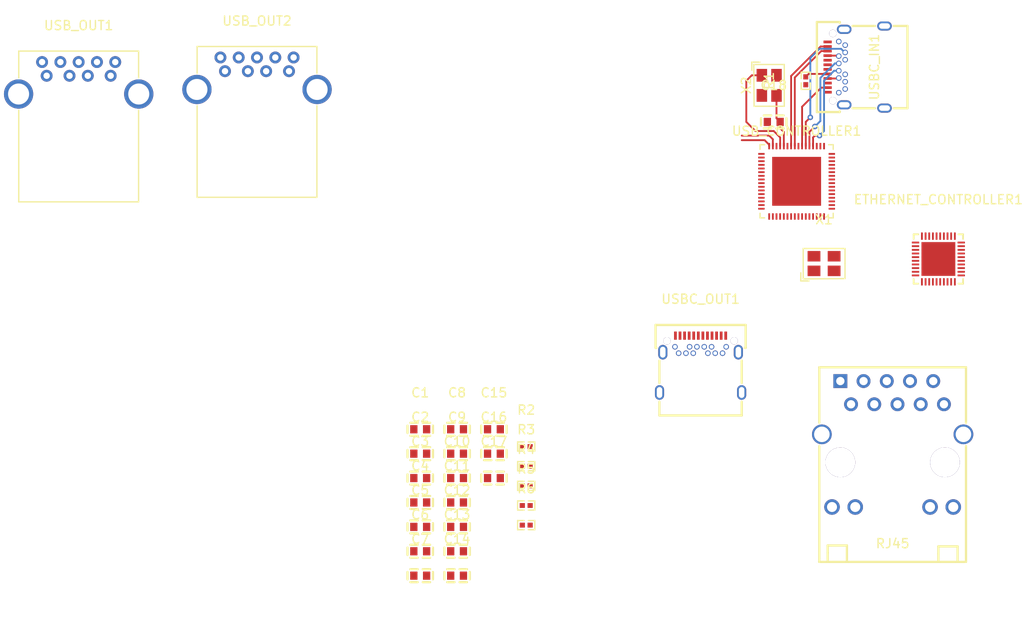
<source format=kicad_pcb>
(kicad_pcb (version 20241229) (generator "pcbnew") (generator_version "9.0")
  (layers (0 "F.Cu" signal) (2 "B.Cu" signal) (13 "F.Paste" user) (15 "B.Paste" user) (5 "F.SilkS" user "F.Silkscreen") (7 "B.SilkS" user "B.Silkscreen") (1 "F.Mask" user) (3 "B.Mask" user) (25 "Edge.Cuts" user))
  (net 0 "")
  (net 1 "GND")
  (net 2 "VBUS")
  (net 3 "Net-(ETHERNET_CONTROLLER1-CKXTAL1)")
  (net 4 "Net-(ETHERNET_CONTROLLER1-CKXTAL2)")
  (net 5 "Net-(C12-Pad2)")
  (net 6 "/V3.3")
  (net 7 "Net-(USB_CONTROLLER1-X2)")
  (net 9 "/MDIP1")
  (net 14 "/RXp4")
  (net 15 "/DP4")
  (net 16 "/MDIN1")
  (net 17 "/DN3")
  (net 19 "/MDIN2")
  (net 20 "/LED1")
  (net 26 "/Txp4")
  (net 28 "/MDIP3")
  (net 29 "/Txn4")
  (net 30 "/LED2")
  (net 32 "/MDIP0")
  (net 35 "/MDIN3")
  (net 36 "/RXn4")
  (net 38 "/MDIP2")
  (net 39 "/MDIN0")
  (net 42 "Net-(USBC_IN1-CC1)")
  (net 43 "Net-(USBC_IN1-CC2)")
  (net 44 "Net-(USB_CONTROLLER1-RTERM)")
  (net 45 "Net-(USBC_OUT1-CC1)")
  (net 46 "Net-(USBC_OUT1-CC2)")
  (net 47 "Net-(R6-Pad1)")
  (net 48 "/DN0")
  (net 49 "/RXp0")
  (net 50 "/Txp0")
  (net 51 "/RXn0")
  (net 52 "/Txn0")
  (net 53 "/DP0")
  (net 56 "/RXn3")
  (net 58 "/Txn3")
  (net 61 "/RXp3")
  (net 66 "/DP3")
  (net 70 "/Txp3")
  (net 80 "/DP1")
  (net 82 "Net-(USB_CONTROLLER1-X1)")
  (net 84 "/Txn2")
  (net 85 "/RXp2")
  (net 86 "/DN2")
  (net 87 "/RXp1")
  (net 90 "/DN1")
  (net 92 "/Txp1")
  (net 100 "/Txn1")
  (net 103 "/RXn1")
  (net 105 "/DN4")
  (net 107 "/DP2")
  (net 111 "/RXn2")
  (net 113 "/Txp2")
  (footprint "EasyEDA:CRYSTAL-SMD_4P-L3.2-W2.5-BL-2" (layer "F.Cu") (at 262.5 34.5 -90)
    (property "Reference" "X2" (at 0 2.5 90) (layer "F.SilkS"))
    (property "Value" "X322525MSB4SI")
    (pad "1" smd rect (at -1.1 0.8 270) (size 1.4 1.15) (layers "F.Cu" "F.Mask" "F.Paste") (net 82 "Net-(USB_CONTROLLER1-X1)"))
    (pad "2" smd rect (at 1.1 0.8 270) (size 1.4 1.15) (layers "F.Cu" "F.Mask" "F.Paste") (net 1 "GND"))
    (pad "3" smd rect (at 1.1 -0.8 270) (size 1.4 1.15) (layers "F.Cu" "F.Mask" "F.Paste") (net 7 "Net-(USB_CONTROLLER1-X2)"))
    (pad "4" smd rect (at -1.1 -0.8 270) (size 1.4 1.15) (layers "F.Cu" "F.Mask" "F.Paste") (net 1 "GND"))
  )
  (footprint "EasyEDA:C0603" (layer "F.Cu") (at 232.405 77.475)
    (property "Reference" "C17" (at 0 -4 0) (layer "F.SilkS"))
    (property "Value" "CC0603KRX7R9BB104")
    (pad "1" smd rect (at -0.7 0) (size 0.8 0.9) (layers "F.Cu" "F.Mask" "F.Paste") (net 2 "VBUS"))
    (pad "2" smd rect (at 0.7 0) (size 0.8 0.9) (layers "F.Cu" "F.Mask" "F.Paste") (net 1 "GND"))
  )
  (footprint "EasyEDA:USB-C-SMD_TYPE-C-USB-20" (layer "F.Cu") (at 272 32.5 90)
    (property "Reference" "USBC_IN1" (at 0 2 90) (layer "F.SilkS"))
    (property "Value" "TYPE-C-31-M-04")
    (pad "" thru_hole circle (at -3.67 -2.54 90) (size 0.8 0.8) (drill 0.8) (layers "*.Cu" "*.Mask"))
    (pad "" thru_hole circle (at 3.68 -2.54 90) (size 0.8 0.8) (drill 0.8) (layers "*.Cu" "*.Mask"))
    (pad "0" thru_hole oval (at -4.49 3.11 90) (size 1 1.6) (drill oval 0.599999 1.199947) (layers "*.Cu" "*.Mask") (net 1 "GND"))
    (pad "0" thru_hole oval (at -4.13 -1.3 90) (size 1 1.6) (drill oval 0.599999 1.198982) (layers "*.Cu" "*.Mask") (net 1 "GND"))
    (pad "0" thru_hole oval (at 4.13 -1.3 90) (size 1 1.6) (drill oval 0.599999 1.198982) (layers "*.Cu" "*.Mask") (net 1 "GND"))
    (pad "0" thru_hole oval (at 4.49 3.11 90) (size 1 1.6) (drill oval 0.599999 1.199947) (layers "*.Cu" "*.Mask") (net 1 "GND"))
    (pad "A1" smd rect (at -2.75 -3.11 90) (size 0.3 0.9) (layers "F.Cu" "F.Mask" "F.Paste") (net 1 "GND"))
    (pad "A2" smd rect (at -2.25 -3.11 90) (size 0.3 0.9) (layers "F.Cu" "F.Mask" "F.Paste") (net 50 "/Txp0"))
    (pad "A3" smd rect (at -1.75 -3.11 90) (size 0.3 0.9) (layers "F.Cu" "F.Mask" "F.Paste") (net 52 "/Txn0"))
    (pad "A4" smd rect (at -1.25 -3.11 90) (size 0.3 0.9) (layers "F.Cu" "F.Mask" "F.Paste") (net 2 "VBUS"))
    (pad "A5" smd rect (at -0.75 -3.11 90) (size 0.3 0.9) (layers "F.Cu" "F.Mask" "F.Paste") (net 42 "Net-(USBC_IN1-CC1)"))
    (pad "A6" smd rect (at -0.25 -3.11 90) (size 0.3 0.9) (layers "F.Cu" "F.Mask" "F.Paste") (net 53 "/DP0"))
    (pad "A7" smd rect (at 0.25 -3.11 90) (size 0.3 0.9) (layers "F.Cu" "F.Mask" "F.Paste") (net 48 "/DN0"))
    (pad "A8" smd rect (at 0.75 -3.11 90) (size 0.3 0.9) (layers "F.Cu" "F.Mask" "F.Paste"))
    (pad "A9" smd rect (at 1.25 -3.11 90) (size 0.3 0.9) (layers "F.Cu" "F.Mask" "F.Paste") (net 2 "VBUS"))
    (pad "A10" smd rect (at 1.75 -3.11 90) (size 0.3 0.9) (layers "F.Cu" "F.Mask" "F.Paste") (net 51 "/RXn0"))
    (pad "A11" smd rect (at 2.25 -3.11 90) (size 0.3 0.9) (layers "F.Cu" "F.Mask" "F.Paste") (net 49 "/RXp0"))
    (pad "A12" smd rect (at 2.75 -3.11 90) (size 0.3 0.9) (layers "F.Cu" "F.Mask" "F.Paste") (net 1 "GND"))
    (pad "B1" thru_hole circle (at 2.8 -1.89 180) (size 0.6 0.6) (drill 0.399999) (layers "*.Cu" "*.Mask") (net 1 "GND"))
    (pad "B2" thru_hole circle (at 2.4 -1.19 180) (size 0.6 0.6) (drill 0.399999) (layers "*.Cu" "*.Mask") (net 50 "/Txp0"))
    (pad "B3" thru_hole circle (at 1.6 -1.19 180) (size 0.6 0.6) (drill 0.399999) (layers "*.Cu" "*.Mask") (net 52 "/Txn0"))
    (pad "B4" thru_hole circle (at 1.2 -1.89 180) (size 0.6 0.6) (drill 0.399999) (layers "*.Cu" "*.Mask") (net 2 "VBUS"))
    (pad "B5" thru_hole circle (at 0.8 -1.19 180) (size 0.6 0.6) (drill 0.399999) (layers "*.Cu" "*.Mask") (net 43 "Net-(USBC_IN1-CC2)"))
    (pad "B6" thru_hole circle (at 0.4 -1.89 180) (size 0.6 0.6) (drill 0.399999) (layers "*.Cu" "*.Mask") (net 53 "/DP0"))
    (pad "B7" thru_hole circle (at -0.4 -1.89 180) (size 0.6 0.6) (drill 0.399999) (layers "*.Cu" "*.Mask") (net 48 "/DN0"))
    (pad "B8" thru_hole circle (at -0.8 -1.19 180) (size 0.6 0.6) (drill 0.399999) (layers "*.Cu" "*.Mask"))
    (pad "B9" thru_hole circle (at -1.2 -1.89 180) (size 0.6 0.6) (drill 0.399999) (layers "*.Cu" "*.Mask") (net 2 "VBUS"))
    (pad "B10" thru_hole circle (at -1.6 -1.19 180) (size 0.6 0.6) (drill 0.399999) (layers "*.Cu" "*.Mask") (net 51 "/RXn0"))
    (pad "B11" thru_hole circle (at -2.4 -1.19 180) (size 0.6 0.6) (drill 0.399999) (layers "*.Cu" "*.Mask") (net 49 "/RXp0"))
    (pad "B12" thru_hole circle (at -2.8 -1.89 180) (size 0.6 0.6) (drill 0.399999) (layers "*.Cu" "*.Mask") (net 1 "GND"))
  )
  (footprint "EasyEDA:C0603" (layer "F.Cu") (at 232.405 72.135)
    (property "Reference" "C15" (at 0 -4 0) (layer "F.SilkS"))
    (property "Value" "CC0603KRX7R9BB104")
    (pad "1" smd rect (at -0.7 0) (size 0.8 0.9) (layers "F.Cu" "F.Mask" "F.Paste") (net 1 "GND"))
    (pad "2" smd rect (at 0.7 0) (size 0.8 0.9) (layers "F.Cu" "F.Mask" "F.Paste") (net 6 "/V3.3"))
  )
  (footprint "EasyEDA:R0402" (layer "F.Cu") (at 235.935 82.625)
    (property "Reference" "R6" (at 0 -4 0) (layer "F.SilkS"))
    (property "Value" "RC0402FR-071KL")
    (pad "1" smd rect (at -0.43 0) (size 0.57 0.54) (layers "F.Cu" "F.Mask" "F.Paste") (net 47 "Net-(R6-Pad1)"))
    (pad "2" smd rect (at 0.43 0) (size 0.57 0.54) (layers "F.Cu" "F.Mask" "F.Paste") (net 6 "/V3.3"))
  )
  (footprint "EasyEDA:USB-TH_USB3.0-A" (layer "F.Cu") (at 187 33.7)
    (property "Reference" "USB_OUT1" (at 0 -5.75 0) (layer "F.SilkS"))
    (property "Value" "HC-USB3.0-L168-WP")
    (pad "1" thru_hole circle (at -3.5 -0.25) (size 1.3 1.3) (drill 0.700024) (layers "*.Cu" "*.Mask") (net 2 "VBUS"))
    (pad "2" thru_hole circle (at -1 -0.25) (size 1.3 1.3) (drill 0.700024) (layers "*.Cu" "*.Mask") (net 90 "/DN1"))
    (pad "3" thru_hole circle (at 1 -0.25) (size 1.3 1.3) (drill 0.700024) (layers "*.Cu" "*.Mask") (net 80 "/DP1"))
    (pad "4" thru_hole circle (at 3.5 -0.25) (size 1.3 1.3) (drill 0.700024) (layers "*.Cu" "*.Mask") (net 1 "GND"))
    (pad "5" thru_hole circle (at 4 -1.75) (size 1.3 1.3) (drill 0.700024) (layers "*.Cu" "*.Mask") (net 103 "/RXn1"))
    (pad "6" thru_hole circle (at 2 -1.75) (size 1.3 1.3) (drill 0.700024) (layers "*.Cu" "*.Mask") (net 87 "/RXp1"))
    (pad "7" thru_hole circle (at 0 -1.75) (size 1.3 1.3) (drill 0.700024) (layers "*.Cu" "*.Mask") (net 1 "GND"))
    (pad "8" thru_hole circle (at -2 -1.75) (size 1.3 1.3) (drill 0.700024) (layers "*.Cu" "*.Mask") (net 100 "/Txn1"))
    (pad "9" thru_hole circle (at -4 -1.75) (size 1.3 1.3) (drill 0.700024) (layers "*.Cu" "*.Mask") (net 92 "/Txp1"))
    (pad "10" thru_hole circle (at -6.57 1.75) (size 3.2 3.2) (drill 2.300021) (layers "*.Cu" "*.Mask") (net 1 "GND"))
    (pad "10" thru_hole circle (at 6.57 1.75) (size 3.2 3.2) (drill 2.300021) (layers "*.Cu" "*.Mask") (net 1 "GND"))
  )
  (footprint "EasyEDA:C0603" (layer "F.Cu") (at 228.375 77.475)
    (property "Reference" "C10" (at 0 -4 0) (layer "F.SilkS"))
    (property "Value" "CC0603KRX7R9BB104")
    (pad "1" smd rect (at -0.7 0) (size 0.8 0.9) (layers "F.Cu" "F.Mask" "F.Paste") (net 2 "VBUS"))
    (pad "2" smd rect (at 0.7 0) (size 0.8 0.9) (layers "F.Cu" "F.Mask" "F.Paste") (net 1 "GND"))
  )
  (footprint "EasyEDA:C0603" (layer "F.Cu") (at 224.345 74.805)
    (property "Reference" "C2" (at 0 -4 0) (layer "F.SilkS"))
    (property "Value" "CC0603KRX7R9BB104")
    (pad "1" smd rect (at -0.7 0) (size 0.8 0.9) (layers "F.Cu" "F.Mask" "F.Paste") (net 1 "GND"))
    (pad "2" smd rect (at 0.7 0) (size 0.8 0.9) (layers "F.Cu" "F.Mask" "F.Paste") (net 2 "VBUS"))
  )
  (footprint "EasyEDA:C0603" (layer "F.Cu") (at 263 38.5)
    (property "Reference" "C18" (at 0 -4 0) (layer "F.SilkS"))
    (property "Value" "CC0603JRNPO9BN390")
    (pad "1" smd rect (at -0.7 0) (size 0.8 0.9) (layers "F.Cu" "F.Mask" "F.Paste") (net 1 "GND"))
    (pad "2" smd rect (at 0.7 0) (size 0.8 0.9) (layers "F.Cu" "F.Mask" "F.Paste") (net 7 "Net-(USB_CONTROLLER1-X2)"))
  )
  (footprint "EasyEDA:R0402" (layer "F.Cu") (at 266.5 34 90)
    (property "Reference" "R1" (at 0 -4 90) (layer "F.SilkS"))
    (property "Value" "0402WGF5101TCE")
    (pad "1" smd rect (at -0.43 0 90) (size 0.57 0.54) (layers "F.Cu" "F.Mask" "F.Paste") (net 1 "GND"))
    (pad "2" smd rect (at 0.43 0 90) (size 0.57 0.54) (layers "F.Cu" "F.Mask" "F.Paste") (net 42 "Net-(USBC_IN1-CC1)"))
  )
  (footprint "EasyEDA:C0603" (layer "F.Cu") (at 224.345 72.135)
    (property "Reference" "C1" (at 0 -4 0) (layer "F.SilkS"))
    (property "Value" "CC0603KRX7R9BB104")
    (pad "1" smd rect (at -0.7 0) (size 0.8 0.9) (layers "F.Cu" "F.Mask" "F.Paste") (net 2 "VBUS"))
    (pad "2" smd rect (at 0.7 0) (size 0.8 0.9) (layers "F.Cu" "F.Mask" "F.Paste") (net 1 "GND"))
  )
  (footprint "EasyEDA:R0402" (layer "F.Cu") (at 235.935 76.175)
    (property "Reference" "R3" (at 0 -4 0) (layer "F.SilkS"))
    (property "Value" "RC0402FR-0720KL")
    (pad "1" smd rect (at -0.43 0) (size 0.57 0.54) (layers "F.Cu" "F.Mask" "F.Paste") (net 1 "GND"))
    (pad "2" smd rect (at 0.43 0) (size 0.57 0.54) (layers "F.Cu" "F.Mask" "F.Paste") (net 44 "Net-(USB_CONTROLLER1-RTERM)"))
  )
  (footprint "EasyEDA:RJ45-TH_HR911130A" (layer "F.Cu") (at 276 73.75 180)
    (property "Reference" "RJ45" (at 0 -10.89 0) (layer "F.SilkS"))
    (property "Value" "HR911130A")
    (pad "" thru_hole circle (at -5.72 -2 180) (size 3.25 3.25) (drill 3.25) (layers "*.Cu" "*.Mask"))
    (pad "" thru_hole circle (at 5.72 -2 180) (size 3.25 3.25) (drill 3.25) (layers "*.Cu" "*.Mask"))
    (pad "11" thru_hole circle (at 6.63 -6.89) (size 1.7 1.7) (drill 1.100023) (layers "*.Cu" "*.Mask") (net 47 "Net-(R6-Pad1)"))
    (pad "12" thru_hole circle (at 4.09 -6.89) (size 1.7 1.7) (drill 1.100023) (layers "*.Cu" "*.Mask") (net 20 "/LED1"))
    (pad "13" thru_hole circle (at -4.09 -6.89) (size 1.7 1.7) (drill 1.100023) (layers "*.Cu" "*.Mask") (net 30 "/LED2"))
    (pad "14" thru_hole circle (at -6.63 -6.89) (size 1.7 1.7) (drill 1.100023) (layers "*.Cu" "*.Mask") (net 47 "Net-(R6-Pad1)"))
    (pad "P1" thru_hole rect (at 5.72 6.89) (size 1.52 1.52) (drill 0.90998) (layers "*.Cu" "*.Mask") (net 5 "Net-(C12-Pad2)"))
    (pad "P2" thru_hole circle (at 4.55 4.35) (size 1.52 1.52) (drill 0.90998) (layers "*.Cu" "*.Mask") (net 32 "/MDIP0"))
    (pad "P3" thru_hole circle (at 3.18 6.89) (size 1.52 1.52) (drill 0.90998) (layers "*.Cu" "*.Mask") (net 39 "/MDIN0"))
    (pad "P4" thru_hole circle (at 2.01 4.35) (size 1.52 1.52) (drill 0.90998) (layers "*.Cu" "*.Mask") (net 9 "/MDIP1"))
    (pad "P5" thru_hole circle (at 0.64 6.89) (size 1.52 1.52) (drill 0.90998) (layers "*.Cu" "*.Mask") (net 38 "/MDIP2"))
    (pad "P6" thru_hole circle (at -0.53 4.35) (size 1.52 1.52) (drill 0.90998) (layers "*.Cu" "*.Mask") (net 19 "/MDIN2"))
    (pad "P7" thru_hole circle (at -1.9 6.89) (size 1.52 1.52) (drill 0.90998) (layers "*.Cu" "*.Mask") (net 16 "/MDIN1"))
    (pad "P8" thru_hole circle (at -3.07 4.35) (size 1.52 1.52) (drill 0.90998) (layers "*.Cu" "*.Mask") (net 28 "/MDIP3"))
    (pad "P9" thru_hole circle (at -4.44 6.89) (size 1.52 1.52) (drill 0.90998) (layers "*.Cu" "*.Mask") (net 35 "/MDIN3"))
    (pad "P10" thru_hole circle (at -5.61 4.35) (size 1.52 1.52) (drill 0.90998) (layers "*.Cu" "*.Mask") (net 1 "GND"))
    (pad "SHIELD0" thru_hole circle (at -7.74 1.06) (size 2.16 2.16) (drill 1.700022) (layers "*.Cu" "*.Mask") (net 1 "GND"))
    (pad "SHIELD1" thru_hole circle (at 7.74 1.06) (size 2.16 2.16) (drill 1.700022) (layers "*.Cu" "*.Mask") (net 1 "GND"))
  )
  (footprint "EasyEDA:C0603" (layer "F.Cu") (at 224.345 85.485)
    (property "Reference" "C6" (at 0 -4 0) (layer "F.SilkS"))
    (property "Value" "CC0603JRNPO9BN390")
    (pad "1" smd rect (at -0.7 0) (size 0.8 0.9) (layers "F.Cu" "F.Mask" "F.Paste") (net 1 "GND"))
    (pad "2" smd rect (at 0.7 0) (size 0.8 0.9) (layers "F.Cu" "F.Mask" "F.Paste") (net 3 "Net-(ETHERNET_CONTROLLER1-CKXTAL1)"))
  )
  (footprint "EasyEDA:C0603" (layer "F.Cu") (at 224.345 77.475)
    (property "Reference" "C3" (at 0 -4 0) (layer "F.SilkS"))
    (property "Value" "CC0603KRX7R9BB104")
    (pad "1" smd rect (at -0.7 0) (size 0.8 0.9) (layers "F.Cu" "F.Mask" "F.Paste") (net 2 "VBUS"))
    (pad "2" smd rect (at 0.7 0) (size 0.8 0.9) (layers "F.Cu" "F.Mask" "F.Paste") (net 1 "GND"))
  )
  (footprint "EasyEDA:QFN-64_L8.0-W8.0-P0.40-BL-EP5.4" (layer "F.Cu") (at 265.5 45)
    (property "Reference" "USB_CONTROLLER1" (at 0 -5.5 0) (layer "F.SilkS"))
    (property "Value" "GL3510-OSY52")
    (pad "1" smd rect (at -3 3.85 90) (size 0.7 0.2) (layers "F.Cu" "F.Mask" "F.Paste") (net 58 "/Txn3"))
    (pad "2" smd rect (at -2.6 3.85 90) (size 0.7 0.2) (layers "F.Cu" "F.Mask" "F.Paste") (net 70 "/Txp3"))
    (pad "3" smd rect (at -2.2 3.85 90) (size 0.7 0.2) (layers "F.Cu" "F.Mask" "F.Paste"))
    (pad "4" smd rect (at -1.8 3.85 90) (size 0.7 0.2) (layers "F.Cu" "F.Mask" "F.Paste") (net 56 "/RXn3"))
    (pad "5" smd rect (at -1.4 3.85 90) (size 0.7 0.2) (layers "F.Cu" "F.Mask" "F.Paste") (net 61 "/RXp3"))
    (pad "6" smd rect (at -1 3.85 90) (size 0.7 0.2) (layers "F.Cu" "F.Mask" "F.Paste") (net 66 "/DP3"))
    (pad "7" smd rect (at -0.6 3.85 90) (size 0.7 0.2) (layers "F.Cu" "F.Mask" "F.Paste") (net 17 "/DN3"))
    (pad "8" smd rect (at -0.2 3.85 90) (size 0.7 0.2) (layers "F.Cu" "F.Mask" "F.Paste"))
    (pad "9" smd rect (at 0.2 3.85 90) (size 0.7 0.2) (layers "F.Cu" "F.Mask" "F.Paste") (net 15 "/DP4"))
    (pad "10" smd rect (at 0.6 3.85 90) (size 0.7 0.2) (layers "F.Cu" "F.Mask" "F.Paste") (net 105 "/DN4"))
    (pad "11" smd rect (at 1 3.85 90) (size 0.7 0.2) (layers "F.Cu" "F.Mask" "F.Paste") (net 29 "/Txn4"))
    (pad "12" smd rect (at 1.4 3.85 90) (size 0.7 0.2) (layers "F.Cu" "F.Mask" "F.Paste") (net 26 "/Txp4"))
    (pad "13" smd rect (at 1.8 3.85 90) (size 0.7 0.2) (layers "F.Cu" "F.Mask" "F.Paste"))
    (pad "14" smd rect (at 2.2 3.85 90) (size 0.7 0.2) (layers "F.Cu" "F.Mask" "F.Paste") (net 36 "/RXn4"))
    (pad "15" smd rect (at 2.6 3.85 90) (size 0.7 0.2) (layers "F.Cu" "F.Mask" "F.Paste") (net 14 "/RXp4"))
    (pad "16" smd rect (at 3 3.85 90) (size 0.7 0.2) (layers "F.Cu" "F.Mask" "F.Paste") (net 44 "Net-(USB_CONTROLLER1-RTERM)"))
    (pad "17" smd rect (at 3.85 3 90) (size 0.2 0.7) (layers "F.Cu" "F.Mask" "F.Paste"))
    (pad "18" smd rect (at 3.85 2.6 90) (size 0.2 0.7) (layers "F.Cu" "F.Mask" "F.Paste") (net 1 "GND"))
    (pad "19" smd rect (at 3.85 2.2 90) (size 0.2 0.7) (layers "F.Cu" "F.Mask" "F.Paste"))
    (pad "20" smd rect (at 3.85 1.8 90) (size 0.2 0.7) (layers "F.Cu" "F.Mask" "F.Paste") (net 2 "VBUS"))
    (pad "21" smd rect (at 3.85 1.4 90) (size 0.2 0.7) (layers "F.Cu" "F.Mask" "F.Paste") (net 6 "/V3.3"))
    (pad "22" smd rect (at 3.85 1 90) (size 0.2 0.7) (layers "F.Cu" "F.Mask" "F.Paste"))
    (pad "23" smd rect (at 3.85 0.6 90) (size 0.2 0.7) (layers "F.Cu" "F.Mask" "F.Paste"))
    (pad "24" smd rect (at 3.85 0.2 90) (size 0.2 0.7) (layers "F.Cu" "F.Mask" "F.Paste"))
    (pad "25" smd rect (at 3.85 -0.2 90) (size 0.2 0.7) (layers "F.Cu" "F.Mask" "F.Paste") (net 2 "VBUS"))
    (pad "26" smd rect (at 3.85 -0.6 90) (size 0.2 0.7) (layers "F.Cu" "F.Mask" "F.Paste"))
    (pad "27" smd rect (at 3.85 -1 90) (size 0.2 0.7) (layers "F.Cu" "F.Mask" "F.Paste"))
    (pad "28" smd rect (at 3.85 -1.4 90) (size 0.2 0.7) (layers "F.Cu" "F.Mask" "F.Paste"))
    (pad "29" smd rect (at 3.85 -1.8 90) (size 0.2 0.7) (layers "F.Cu" "F.Mask" "F.Paste"))
    (pad "30" smd rect (at 3.85 -2.2 90) (size 0.2 0.7) (layers "F.Cu" "F.Mask" "F.Paste"))
    (pad "31" smd rect (at 3.85 -2.6 90) (size 0.2 0.7) (layers "F.Cu" "F.Mask" "F.Paste"))
    (pad "32" smd rect (at 3.85 -3 90) (size 0.2 0.7) (layers "F.Cu" "F.Mask" "F.Paste"))
    (pad "33" smd rect (at 3 -3.85 90) (size 0.7 0.2) (layers "F.Cu" "F.Mask" "F.Paste"))
    (pad "34" smd rect (at 2.6 -3.85 90) (size 0.7 0.2) (layers "F.Cu" "F.Mask" "F.Paste"))
    (pad "35" smd rect (at 2.2 -3.85 90) (size 0.7 0.2) (layers "F.Cu" "F.Mask" "F.Paste"))
    (pad "36" smd rect (at 1.8 -3.85 90) (size 0.7 0.2) (layers "F.Cu" "F.Mask" "F.Paste") (net 48 "/DN0"))
    (pad "37" smd rect (at 1.4 -3.85 90) (size 0.7 0.2) (layers "F.Cu" "F.Mask" "F.Paste") (net 53 "/DP0"))
    (pad "38" smd rect (at 1 -3.85 90) (size 0.7 0.2) (layers "F.Cu" "F.Mask" "F.Paste") (net 52 "/Txn0"))
    (pad "39" smd rect (at 0.6 -3.85 90) (size 0.7 0.2) (layers "F.Cu" "F.Mask" "F.Paste") (net 50 "/Txp0"))
    (pad "40" smd rect (at 0.2 -3.85 90) (size 0.7 0.2) (layers "F.Cu" "F.Mask" "F.Paste"))
    (pad "41" smd rect (at -0.2 -3.85 90) (size 0.7 0.2) (layers "F.Cu" "F.Mask" "F.Paste") (net 51 "/RXn0"))
    (pad "42" smd rect (at -0.6 -3.85 90) (size 0.7 0.2) (layers "F.Cu" "F.Mask" "F.Paste") (net 49 "/RXp0"))
    (pad "43" smd rect (at -1 -3.85 90) (size 0.7 0.2) (layers "F.Cu" "F.Mask" "F.Paste"))
    (pad "44" smd rect (at -1.4 -3.85 90) (size 0.7 0.2) (layers "F.Cu" "F.Mask" "F.Paste") (net 7 "Net-(USB_CONTROLLER1-X2)"))
    (pad "45" smd rect (at -1.8 -3.85 90) (size 0.7 0.2) (layers "F.Cu" "F.Mask" "F.Paste") (net 82 "Net-(USB_CONTROLLER1-X1)"))
    (pad "46" smd rect (at -2.2 -3.85 90) (size 0.7 0.2) (layers "F.Cu" "F.Mask" "F.Paste"))
    (pad "47" smd rect (at -2.6 -3.85 90) (size 0.7 0.2) (layers "F.Cu" "F.Mask" "F.Paste") (net 100 "/Txn1"))
    (pad "48" smd rect (at -3 -3.85 90) (size 0.7 0.2) (layers "F.Cu" "F.Mask" "F.Paste") (net 92 "/Txp1"))
    (pad "49" smd rect (at -3.85 -3 90) (size 0.2 0.7) (layers "F.Cu" "F.Mask" "F.Paste"))
    (pad "50" smd rect (at -3.85 -2.6 90) (size 0.2 0.7) (layers "F.Cu" "F.Mask" "F.Paste") (net 103 "/RXn1"))
    (pad "51" smd rect (at -3.85 -2.2 90) (size 0.2 0.7) (layers "F.Cu" "F.Mask" "F.Paste") (net 87 "/RXp1"))
    (pad "52" smd rect (at -3.85 -1.8 90) (size 0.2 0.7) (layers "F.Cu" "F.Mask" "F.Paste") (net 80 "/DP1"))
    (pad "53" smd rect (at -3.85 -1.4 90) (size 0.2 0.7) (layers "F.Cu" "F.Mask" "F.Paste") (net 90 "/DN1"))
    (pad "54" smd rect (at -3.85 -1 90) (size 0.2 0.7) (layers "F.Cu" "F.Mask" "F.Paste"))
    (pad "55" smd rect (at -3.85 -0.6 90) (size 0.2 0.7) (layers "F.Cu" "F.Mask" "F.Paste"))
    (pad "56" smd rect (at -3.85 -0.2 90) (size 0.2 0.7) (layers "F.Cu" "F.Mask" "F.Paste") (net 84 "/Txn2"))
    (pad "57" smd rect (at -3.85 0.2 90) (size 0.2 0.7) (layers "F.Cu" "F.Mask" "F.Paste") (net 113 "/Txp2"))
    (pad "58" smd rect (at -3.85 0.6 90) (size 0.2 0.7) (layers "F.Cu" "F.Mask" "F.Paste"))
    (pad "59" smd rect (at -3.85 1 90) (size 0.2 0.7) (layers "F.Cu" "F.Mask" "F.Paste") (net 111 "/RXn2"))
    (pad "60" smd rect (at -3.85 1.4 90) (size 0.2 0.7) (layers "F.Cu" "F.Mask" "F.Paste") (net 85 "/RXp2"))
    (pad "61" smd rect (at -3.85 1.8 90) (size 0.2 0.7) (layers "F.Cu" "F.Mask" "F.Paste"))
    (pad "62" smd rect (at -3.85 2.2 90) (size 0.2 0.7) (layers "F.Cu" "F.Mask" "F.Paste"))
    (pad "63" smd rect (at -3.85 2.6 90) (size 0.2 0.7) (layers "F.Cu" "F.Mask" "F.Paste") (net 107 "/DP2"))
    (pad "64" smd rect (at -3.85 3 90) (size 0.2 0.7) (layers "F.Cu" "F.Mask" "F.Paste") (net 86 "/DN2"))
    (pad "65" smd rect (at 0 0 90) (size 5.35 5.35) (layers "F.Cu" "F.Mask" "F.Paste"))
  )
  (footprint "EasyEDA:USB-C-SMD_TYPE-C-USB-20" (layer "F.Cu") (at 255 65)
    (property "Reference" "USBC_OUT1" (at 0 -7.11 0) (layer "F.SilkS"))
    (property "Value" "TYPE-C-31-M-04")
    (pad "" thru_hole circle (at -3.67 -2.54) (size 0.8 0.8) (drill 0.8) (layers "*.Cu" "*.Mask"))
    (pad "" thru_hole circle (at 3.68 -2.54) (size 0.8 0.8) (drill 0.8) (layers "*.Cu" "*.Mask"))
    (pad "0" thru_hole oval (at -4.49 3.11) (size 1 1.6) (drill oval 0.599999 1.199947) (layers "*.Cu" "*.Mask") (net 1 "GND"))
    (pad "0" thru_hole oval (at -4.13 -1.3) (size 1 1.6) (drill oval 0.599999 1.198982) (layers "*.Cu" "*.Mask") (net 1 "GND"))
    (pad "0" thru_hole oval (at 4.13 -1.3) (size 1 1.6) (drill oval 0.599999 1.198982) (layers "*.Cu" "*.Mask") (net 1 "GND"))
    (pad "0" thru_hole oval (at 4.49 3.11) (size 1 1.6) (drill oval 0.599999 1.199947) (layers "*.Cu" "*.Mask") (net 1 "GND"))
    (pad "A1" smd rect (at -2.75 -3.11) (size 0.3 0.9) (layers "F.Cu" "F.Mask" "F.Paste") (net 1 "GND"))
    (pad "A2" smd rect (at -2.25 -3.11) (size 0.3 0.9) (layers "F.Cu" "F.Mask" "F.Paste") (net 70 "/Txp3"))
    (pad "A3" smd rect (at -1.75 -3.11) (size 0.3 0.9) (layers "F.Cu" "F.Mask" "F.Paste") (net 58 "/Txn3"))
    (pad "A4" smd rect (at -1.25 -3.11) (size 0.3 0.9) (layers "F.Cu" "F.Mask" "F.Paste"))
    (pad "A5" smd rect (at -0.75 -3.11) (size 0.3 0.9) (layers "F.Cu" "F.Mask" "F.Paste") (net 45 "Net-(USBC_OUT1-CC1)"))
    (pad "A6" smd rect (at -0.25 -3.11) (size 0.3 0.9) (layers "F.Cu" "F.Mask" "F.Paste") (net 66 "/DP3"))
    (pad "A7" smd rect (at 0.25 -3.11) (size 0.3 0.9) (layers "F.Cu" "F.Mask" "F.Paste") (net 17 "/DN3"))
    (pad "A8" smd rect (at 0.75 -3.11) (size 0.3 0.9) (layers "F.Cu" "F.Mask" "F.Paste"))
    (pad "A9" smd rect (at 1.25 -3.11) (size 0.3 0.9) (layers "F.Cu" "F.Mask" "F.Paste") (net 2 "VBUS"))
    (pad "A10" smd rect (at 1.75 -3.11) (size 0.3 0.9) (layers "F.Cu" "F.Mask" "F.Paste") (net 56 "/RXn3"))
    (pad "A11" smd rect (at 2.25 -3.11) (size 0.3 0.9) (layers "F.Cu" "F.Mask" "F.Paste") (net 61 "/RXp3"))
    (pad "A12" smd rect (at 2.75 -3.11) (size 0.3 0.9) (layers "F.Cu" "F.Mask" "F.Paste") (net 1 "GND"))
    (pad "B1" thru_hole circle (at 2.8 -1.89 90) (size 0.6 0.6) (drill 0.399999) (layers "*.Cu" "*.Mask") (net 1 "GND"))
    (pad "B2" thru_hole circle (at 2.4 -1.19 90) (size 0.6 0.6) (drill 0.399999) (layers "*.Cu" "*.Mask"))
    (pad "B3" thru_hole circle (at 1.6 -1.19 90) (size 0.6 0.6) (drill 0.399999) (layers "*.Cu" "*.Mask"))
    (pad "B4" thru_hole circle (at 1.2 -1.89 90) (size 0.6 0.6) (drill 0.399999) (layers "*.Cu" "*.Mask"))
    (pad "B5" thru_hole circle (at 0.8 -1.19 90) (size 0.6 0.6) (drill 0.399999) (layers "*.Cu" "*.Mask") (net 46 "Net-(USBC_OUT1-CC2)"))
    (pad "B6" thru_hole circle (at 0.4 -1.89 90) (size 0.6 0.6) (drill 0.399999) (layers "*.Cu" "*.Mask"))
    (pad "B7" thru_hole circle (at -0.4 -1.89 90) (size 0.6 0.6) (drill 0.399999) (layers "*.Cu" "*.Mask"))
    (pad "B8" thru_hole circle (at -0.8 -1.19 90) (size 0.6 0.6) (drill 0.399999) (layers "*.Cu" "*.Mask"))
    (pad "B9" thru_hole circle (at -1.2 -1.89 90) (size 0.6 0.6) (drill 0.399999) (layers "*.Cu" "*.Mask"))
    (pad "B10" thru_hole circle (at -1.6 -1.19 90) (size 0.6 0.6) (drill 0.399999) (layers "*.Cu" "*.Mask"))
    (pad "B11" thru_hole circle (at -2.4 -1.19 90) (size 0.6 0.6) (drill 0.399999) (layers "*.Cu" "*.Mask"))
    (pad "B12" thru_hole circle (at -2.8 -1.89 90) (size 0.6 0.6) (drill 0.399999) (layers "*.Cu" "*.Mask") (net 1 "GND"))
  )
  (footprint "EasyEDA:C0603" (layer "F.Cu") (at 232.405 74.805)
    (property "Reference" "C16" (at 0 -4 0) (layer "F.SilkS"))
    (property "Value" "CC0603KRX7R9BB104")
    (pad "1" smd rect (at -0.7 0) (size 0.8 0.9) (layers "F.Cu" "F.Mask" "F.Paste") (net 2 "VBUS"))
    (pad "2" smd rect (at 0.7 0) (size 0.8 0.9) (layers "F.Cu" "F.Mask" "F.Paste") (net 1 "GND"))
  )
  (footprint "EasyEDA:QFN-40_L5.0-W5.0-P0.40-BL-EP3.7" (layer "F.Cu") (at 281 53.5)
    (property "Reference" "ETHERNET_CONTROLLER1" (at 0 -6.5 0) (layer "F.SilkS"))
    (property "Value" "RTL8153B-VB-CG")
    (pad "1" smd rect (at -1.8 2.5) (size 0.2 0.8) (layers "F.Cu" "F.Mask" "F.Paste") (net 32 "/MDIP0"))
    (pad "2" smd rect (at -1.4 2.5) (size 0.2 0.8) (layers "F.Cu" "F.Mask" "F.Paste") (net 39 "/MDIN0"))
    (pad "3" smd rect (at -1 2.5) (size 0.2 0.8) (layers "F.Cu" "F.Mask" "F.Paste"))
    (pad "4" smd rect (at -0.6 2.5) (size 0.2 0.8) (layers "F.Cu" "F.Mask" "F.Paste") (net 9 "/MDIP1"))
    (pad "5" smd rect (at -0.2 2.5) (size 0.2 0.8) (layers "F.Cu" "F.Mask" "F.Paste") (net 16 "/MDIN1"))
    (pad "6" smd rect (at 0.2 2.5) (size 0.2 0.8) (layers "F.Cu" "F.Mask" "F.Paste") (net 38 "/MDIP2"))
    (pad "7" smd rect (at 0.6 2.5) (size 0.2 0.8) (layers "F.Cu" "F.Mask" "F.Paste") (net 19 "/MDIN2"))
    (pad "8" smd rect (at 1 2.5) (size 0.2 0.8) (layers "F.Cu" "F.Mask" "F.Paste"))
    (pad "9" smd rect (at 1.4 2.5) (size 0.2 0.8) (layers "F.Cu" "F.Mask" "F.Paste") (net 28 "/MDIP3"))
    (pad "10" smd rect (at 1.8 2.5) (size 0.2 0.8) (layers "F.Cu" "F.Mask" "F.Paste") (net 35 "/MDIN3"))
    (pad "11" smd rect (at 2.5 1.8) (size 0.8 0.2) (layers "F.Cu" "F.Mask" "F.Paste"))
    (pad "12" smd rect (at 2.5 1.4) (size 0.8 0.2) (layers "F.Cu" "F.Mask" "F.Paste") (net 29 "/Txn4"))
    (pad "13" smd rect (at 2.5 1) (size 0.8 0.2) (layers "F.Cu" "F.Mask" "F.Paste") (net 26 "/Txp4"))
    (pad "14" smd rect (at 2.5 0.6) (size 0.8 0.2) (layers "F.Cu" "F.Mask" "F.Paste"))
    (pad "15" smd rect (at 2.5 0.2) (size 0.8 0.2) (layers "F.Cu" "F.Mask" "F.Paste") (net 36 "/RXn4"))
    (pad "16" smd rect (at 2.5 -0.2) (size 0.8 0.2) (layers "F.Cu" "F.Mask" "F.Paste") (net 14 "/RXp4"))
    (pad "17" smd rect (at 2.5 -0.6) (size 0.8 0.2) (layers "F.Cu" "F.Mask" "F.Paste") (net 17 "/DN3"))
    (pad "18" smd rect (at 2.5 -1) (size 0.8 0.2) (layers "F.Cu" "F.Mask" "F.Paste") (net 15 "/DP4"))
    (pad "19" smd rect (at 2.5 -1.4) (size 0.8 0.2) (layers "F.Cu" "F.Mask" "F.Paste"))
    (pad "20" smd rect (at 2.5 -1.8) (size 0.8 0.2) (layers "F.Cu" "F.Mask" "F.Paste"))
    (pad "21" smd rect (at 1.8 -2.5) (size 0.2 0.8) (layers "F.Cu" "F.Mask" "F.Paste") (net 2 "VBUS"))
    (pad "22" smd rect (at 1.4 -2.5) (size 0.2 0.8) (layers "F.Cu" "F.Mask" "F.Paste"))
    (pad "23" smd rect (at 1 -2.5) (size 0.2 0.8) (layers "F.Cu" "F.Mask" "F.Paste") (net 6 "/V3.3"))
    (pad "24" smd rect (at 0.6 -2.5) (size 0.2 0.8) (layers "F.Cu" "F.Mask" "F.Paste") (net 30 "/LED2"))
    (pad "25" smd rect (at 0.2 -2.5) (size 0.2 0.8) (layers "F.Cu" "F.Mask" "F.Paste"))
    (pad "26" smd rect (at -0.2 -2.5) (size 0.2 0.8) (layers "F.Cu" "F.Mask" "F.Paste") (net 6 "/V3.3"))
    (pad "27" smd rect (at -0.6 -2.5) (size 0.2 0.8) (layers "F.Cu" "F.Mask" "F.Paste") (net 2 "VBUS"))
    (pad "28" smd rect (at -1 -2.5) (size 0.2 0.8) (layers "F.Cu" "F.Mask" "F.Paste"))
    (pad "29" smd rect (at -1.4 -2.5) (size 0.2 0.8) (layers "F.Cu" "F.Mask" "F.Paste") (net 1 "GND"))
    (pad "30" smd rect (at -1.8 -2.5) (size 0.2 0.8) (layers "F.Cu" "F.Mask" "F.Paste") (net 20 "/LED1"))
    (pad "31" smd rect (at -2.5 -1.8) (size 0.8 0.2) (layers "F.Cu" "F.Mask" "F.Paste"))
    (pad "32" smd rect (at -2.5 -1.4) (size 0.8 0.2) (layers "F.Cu" "F.Mask" "F.Paste"))
    (pad "33" smd rect (at -2.5 -1) (size 0.8 0.2) (layers "F.Cu" "F.Mask" "F.Paste"))
    (pad "34" smd rect (at -2.5 -0.6) (size 0.8 0.2) (layers "F.Cu" "F.Mask" "F.Paste"))
    (pad "35" smd rect (at -2.5 -0.2) (size 0.8 0.2) (layers "F.Cu" "F.Mask" "F.Paste") (net 3 "Net-(ETHERNET_CONTROLLER1-CKXTAL1)"))
    (pad "36" smd rect (at -2.5 0.2) (size 0.8 0.2) (layers "F.Cu" "F.Mask" "F.Paste") (net 4 "Net-(ETHERNET_CONTROLLER1-CKXTAL2)"))
    (pad "37" smd rect (at -2.5 0.6) (size 0.8 0.2) (layers "F.Cu" "F.Mask" "F.Paste"))
    (pad "38" smd rect (at -2.5 1) (size 0.8 0.2) (layers "F.Cu" "F.Mask" "F.Paste"))
    (pad "39" smd rect (at -2.5 1.4) (size 0.8 0.2) (layers "F.Cu" "F.Mask" "F.Paste"))
    (pad "40" smd rect (at -2.5 1.8) (size 0.8 0.2) (layers "F.Cu" "F.Mask" "F.Paste"))
    (pad "41" smd rect (at 0 0) (size 3.7 3.7) (layers "F.Cu" "F.Mask" "F.Paste"))
  )
  (footprint "EasyEDA:C0603" (layer "F.Cu") (at 228.375 72.135)
    (property "Reference" "C8" (at 0 -4 0) (layer "F.SilkS"))
    (property "Value" "CC0603KRX7R9BB104")
    (pad "1" smd rect (at -0.7 0) (size 0.8 0.9) (layers "F.Cu" "F.Mask" "F.Paste") (net 2 "VBUS"))
    (pad "2" smd rect (at 0.7 0) (size 0.8 0.9) (layers "F.Cu" "F.Mask" "F.Paste") (net 1 "GND"))
  )
  (footprint "EasyEDA:C0603" (layer "F.Cu") (at 228.375 85.485)
    (property "Reference" "C13" (at 0 -4 0) (layer "F.SilkS"))
    (property "Value" "CC0603KRX7R9BB104")
    (pad "1" smd rect (at -0.7 0) (size 0.8 0.9) (layers "F.Cu" "F.Mask" "F.Paste") (net 2 "VBUS"))
    (pad "2" smd rect (at 0.7 0) (size 0.8 0.9) (layers "F.Cu" "F.Mask" "F.Paste") (net 1 "GND"))
  )
  (footprint "EasyEDA:R0402" (layer "F.Cu") (at 235.935 74.025)
    (property "Reference" "R2" (at 0 -4 0) (layer "F.SilkS"))
    (property "Value" "0402WGF5101TCE")
    (pad "1" smd rect (at -0.43 0) (size 0.57 0.54) (layers "F.Cu" "F.Mask" "F.Paste") (net 43 "Net-(USBC_IN1-CC2)"))
    (pad "2" smd rect (at 0.43 0) (size 0.57 0.54) (layers "F.Cu" "F.Mask" "F.Paste") (net 1 "GND"))
  )
  (footprint "EasyEDA:C0603" (layer "F.Cu") (at 224.345 88.155)
    (property "Reference" "C7" (at 0 -4 0) (layer "F.SilkS"))
    (property "Value" "CC0603JRNPO9BN390")
    (pad "1" smd rect (at -0.7 0) (size 0.8 0.9) (layers "F.Cu" "F.Mask" "F.Paste") (net 4 "Net-(ETHERNET_CONTROLLER1-CKXTAL2)"))
    (pad "2" smd rect (at 0.7 0) (size 0.8 0.9) (layers "F.Cu" "F.Mask" "F.Paste") (net 1 "GND"))
  )
  (footprint "EasyEDA:C0603" (layer "F.Cu") (at 228.375 82.815)
    (property "Reference" "C12" (at 0 -4 0) (layer "F.SilkS"))
    (property "Value" "CC0603KRX7R9BB104")
    (pad "1" smd rect (at -0.7 0) (size 0.8 0.9) (layers "F.Cu" "F.Mask" "F.Paste") (net 1 "GND"))
    (pad "2" smd rect (at 0.7 0) (size 0.8 0.9) (layers "F.Cu" "F.Mask" "F.Paste") (net 5 "Net-(C12-Pad2)"))
  )
  (footprint "EasyEDA:R0402" (layer "F.Cu") (at 235.935 80.475)
    (property "Reference" "R5" (at 0 -4 0) (layer "F.SilkS"))
    (property "Value" "0402WGF5602TCE")
    (pad "1" smd rect (at -0.43 0) (size 0.57 0.54) (layers "F.Cu" "F.Mask" "F.Paste") (net 46 "Net-(USBC_OUT1-CC2)"))
    (pad "2" smd rect (at 0.43 0) (size 0.57 0.54) (layers "F.Cu" "F.Mask" "F.Paste") (net 2 "VBUS"))
  )
  (footprint "EasyEDA:C0603" (layer "F.Cu") (at 228.375 88.155)
    (property "Reference" "C14" (at 0 -4 0) (layer "F.SilkS"))
    (property "Value" "CC0603KRX7R9BB104")
    (pad "1" smd rect (at -0.7 0) (size 0.8 0.9) (layers "F.Cu" "F.Mask" "F.Paste") (net 1 "GND"))
    (pad "2" smd rect (at 0.7 0) (size 0.8 0.9) (layers "F.Cu" "F.Mask" "F.Paste") (net 6 "/V3.3"))
  )
  (footprint "EasyEDA:R0402" (layer "F.Cu") (at 235.935 78.325)
    (property "Reference" "R4" (at 0 -4 0) (layer "F.SilkS"))
    (property "Value" "0402WGF5602TCE")
    (pad "1" smd rect (at -0.43 0) (size 0.57 0.54) (layers "F.Cu" "F.Mask" "F.Paste") (net 45 "Net-(USBC_OUT1-CC1)"))
    (pad "2" smd rect (at 0.43 0) (size 0.57 0.54) (layers "F.Cu" "F.Mask" "F.Paste") (net 2 "VBUS"))
  )
  (footprint "EasyEDA:C0603" (layer "F.Cu") (at 224.345 82.815)
    (property "Reference" "C5" (at 0 -4 0) (layer "F.SilkS"))
    (property "Value" "CC0603KRX7R9BB104")
    (pad "1" smd rect (at -0.7 0) (size 0.8 0.9) (layers "F.Cu" "F.Mask" "F.Paste") (net 2 "VBUS"))
    (pad "2" smd rect (at 0.7 0) (size 0.8 0.9) (layers "F.Cu" "F.Mask" "F.Paste") (net 1 "GND"))
  )
  (footprint "EasyEDA:C0603" (layer "F.Cu") (at 228.375 74.805)
    (property "Reference" "C9" (at 0 -4 0) (layer "F.SilkS"))
    (property "Value" "CL10A106KP8NNNC")
    (pad "1" smd rect (at -0.7 0) (size 0.8 0.9) (layers "F.Cu" "F.Mask" "F.Paste") (net 2 "VBUS"))
    (pad "2" smd rect (at 0.7 0) (size 0.8 0.9) (layers "F.Cu" "F.Mask" "F.Paste") (net 1 "GND"))
  )
  (footprint "EasyEDA:C0603" (layer "F.Cu") (at 228.375 80.145)
    (property "Reference" "C11" (at 0 -4 0) (layer "F.SilkS"))
    (property "Value" "CC0603KRX7R9BB104")
    (pad "1" smd rect (at -0.7 0) (size 0.8 0.9) (layers "F.Cu" "F.Mask" "F.Paste") (net 2 "VBUS"))
    (pad "2" smd rect (at 0.7 0) (size 0.8 0.9) (layers "F.Cu" "F.Mask" "F.Paste") (net 1 "GND"))
  )
  (footprint "EasyEDA:USB-TH_USB3.0-A" (layer "F.Cu") (at 206.5 33.2)
    (property "Reference" "USB_OUT2" (at 0 -5.75 0) (layer "F.SilkS"))
    (property "Value" "HC-USB3.0-L168-WP")
    (pad "1" thru_hole circle (at -3.5 -0.25) (size 1.3 1.3) (drill 0.700024) (layers "*.Cu" "*.Mask") (net 2 "VBUS"))
    (pad "2" thru_hole circle (at -1 -0.25) (size 1.3 1.3) (drill 0.700024) (layers "*.Cu" "*.Mask") (net 86 "/DN2"))
    (pad "3" thru_hole circle (at 1 -0.25) (size 1.3 1.3) (drill 0.700024) (layers "*.Cu" "*.Mask") (net 107 "/DP2"))
    (pad "4" thru_hole circle (at 3.5 -0.25) (size 1.3 1.3) (drill 0.700024) (layers "*.Cu" "*.Mask") (net 1 "GND"))
    (pad "5" thru_hole circle (at 4 -1.75) (size 1.3 1.3) (drill 0.700024) (layers "*.Cu" "*.Mask") (net 111 "/RXn2"))
    (pad "6" thru_hole circle (at 2 -1.75) (size 1.3 1.3) (drill 0.700024) (layers "*.Cu" "*.Mask") (net 85 "/RXp2"))
    (pad "7" thru_hole circle (at 0 -1.75) (size 1.3 1.3) (drill 0.700024) (layers "*.Cu" "*.Mask") (net 1 "GND"))
    (pad "8" thru_hole circle (at -2 -1.75) (size 1.3 1.3) (drill 0.700024) (layers "*.Cu" "*.Mask") (net 84 "/Txn2"))
    (pad "9" thru_hole circle (at -4 -1.75) (size 1.3 1.3) (drill 0.700024) (layers "*.Cu" "*.Mask") (net 113 "/Txp2"))
    (pad "10" thru_hole circle (at -6.57 1.75) (size 3.2 3.2) (drill 2.300021) (layers "*.Cu" "*.Mask") (net 1 "GND"))
    (pad "10" thru_hole circle (at 6.57 1.75) (size 3.2 3.2) (drill 2.300021) (layers "*.Cu" "*.Mask") (net 1 "GND"))
  )
  (footprint "EasyEDA:CRYSTAL-SMD_4P-L3.2-W2.5-BL-2" (layer "F.Cu") (at 268.5 54)
    (property "Reference" "X1" (at 0 -4.8 0) (layer "F.SilkS"))
    (property "Value" "X322525MSB4SI")
    (pad "1" smd rect (at -1.1 0.8) (size 1.4 1.15) (layers "F.Cu" "F.Mask" "F.Paste") (net 3 "Net-(ETHERNET_CONTROLLER1-CKXTAL1)"))
    (pad "2" smd rect (at 1.1 0.8) (size 1.4 1.15) (layers "F.Cu" "F.Mask" "F.Paste") (net 1 "GND"))
    (pad "3" smd rect (at 1.1 -0.8) (size 1.4 1.15) (layers "F.Cu" "F.Mask" "F.Paste") (net 4 "Net-(ETHERNET_CONTROLLER1-CKXTAL2)"))
    (pad "4" smd rect (at -1.1 -0.8) (size 1.4 1.15) (layers "F.Cu" "F.Mask" "F.Paste") (net 1 "GND"))
  )
  (footprint "EasyEDA:C0603" (layer "F.Cu") (at 224.345 80.145)
    (property "Reference" "C4" (at 0 -4 0) (layer "F.SilkS"))
    (property "Value" "CC0603KRX7R9BB104")
    (pad "1" smd rect (at -0.7 0) (size 0.8 0.9) (layers "F.Cu" "F.Mask" "F.Paste") (net 1 "GND"))
    (pad "2" smd rect (at 0.7 0) (size 0.8 0.9) (layers "F.Cu" "F.Mask" "F.Paste") (net 2 "VBUS"))
  )
  (segment (start 270.06 33.75) (end 270.11 33.7) (width 0.2) (layer "F.Cu") (net 2))
  (segment (start 268.89 31.25) (end 270.06 31.25) (width 0.2) (layer "F.Cu") (net 2))
  (segment (start 268.89 33.75) (end 270.06 33.75) (width 0.2) (layer "F.Cu") (net 2))
  (segment (start 270.06 31.25) (end 270.11 31.3) (width 0.2) (layer "F.Cu") (net 2))
  (segment (start 263.3 38.1) (end 263.7 38.5) (width 0.2) (layer "F.Cu") (net 7))
  (segment (start 264.1 39.6) (end 263.7 39.2) (width 0.2) (layer "F.Cu") (net 7))
  (segment (start 263.3 35.6) (end 263.3 38.1) (width 0.2) (layer "F.Cu") (net 7))
  (segment (start 263.7 39.2) (end 263.7 38.5) (width 0.2) (layer "F.Cu") (net 7))
  (segment (start 264.1 41.15) (end 264.1 39.6) (width 0.2) (layer "F.Cu") (net 7))
  (segment (start 266.82 33.25) (end 266.5 33.57) (width 0.2) (layer "F.Cu") (net 42))
  (segment (start 268.89 33.25) (end 266.82 33.25) (width 0.2) (layer "F.Cu") (net 42))
  (segment (start 267.5 40) (end 268 40) (width 0.2) (layer "F.Cu") (net 48))
  (segment (start 267.5 40) (end 267.3 40.2) (width 0.2) (layer "F.Cu") (net 48))
  (segment (start 267.3 41.15) (end 267.3 40.2) (width 0.2) (layer "F.Cu") (net 48))
  (via (at 268 40) (size 0.6) (drill 0.3) (layers "F.Cu" "B.Cu") (net 48))
  (segment (start 269.6 32.9) (end 268.5 34) (width 0.2) (layer "B.Cu") (net 48))
  (segment (start 268.5 34) (end 268.5 39.5) (width 0.2) (layer "B.Cu") (net 48))
  (segment (start 270.11 32.9) (end 269.6 32.9) (width 0.2) (layer "B.Cu") (net 48))
  (segment (start 268.5 39.5) (end 268 40) (width 0.2) (layer "B.Cu") (net 48))
  (segment (start 264.9 33.4709) (end 264.9 41.15) (width 0.2) (layer "F.Cu") (net 49))
  (segment (start 268.1209 30.25) (end 264.9 33.4709) (width 0.2) (layer "F.Cu") (net 49))
  (segment (start 268.89 30.25) (end 268.1209 30.25) (width 0.2) (layer "F.Cu") (net 49))
  (segment (start 268.89 34.75) (end 268.188 34.75) (width 0.2) (layer "F.Cu") (net 50))
  (segment (start 266.1 36.838) (end 266.1 41.15) (width 0.2) (layer "F.Cu") (net 50))
  (segment (start 268.188 34.75) (end 266.1 36.838) (width 0.2) (layer "F.Cu") (net 50))
  (segment (start 265.3 41.15) (end 265.3 33.638) (width 0.2) (layer "F.Cu") (net 51))
  (segment (start 268.188 30.75) (end 268.89 30.75) (width 0.2) (layer "F.Cu") (net 51))
  (segment (start 265.3 33.638) (end 268.188 30.75) (width 0.2) (layer "F.Cu") (net 51))
  (segment (start 266.5 38.5) (end 266.5 41.15) (width 0.2) (layer "F.Cu") (net 52))
  (segment (start 266.5 38.5) (end 267 38) (width 0.2) (layer "F.Cu") (net 52))
  (via (at 267 38) (size 0.6) (drill 0.3) (layers "F.Cu" "B.Cu") (net 52))
  (segment (start 270.760057 30.9) (end 270.81 30.9) (width 0.2) (layer "B.Cu") (net 52))
  (segment (start 268 30.5) (end 270.360057 30.5) (width 0.2) (layer "B.Cu") (net 52))
  (segment (start 270.360057 30.5) (end 270.760057 30.9) (width 0.2) (layer "B.Cu") (net 52))
  (segment (start 267 38) (end 267 31.5) (width 0.2) (layer "B.Cu") (net 52))
  (segment (start 267 31.5) (end 268 30.5) (width 0.2) (layer "B.Cu") (net 52))
  (segment (start 266.9 39.6) (end 267.5 39) (width 0.2) (layer "F.Cu") (net 53))
  (segment (start 266.9 39.6) (end 266.9 41.15) (width 0.2) (layer "F.Cu") (net 53))
  (via (at 267.5 39) (size 0.6) (drill 0.3) (layers "F.Cu" "B.Cu") (net 53))
  (segment (start 267.5 39) (end 268.099 38.401) (width 0.2) (layer "B.Cu") (net 53))
  (segment (start 268.099 33.686736) (end 269.685736 32.1) (width 0.2) (layer "B.Cu") (net 53))
  (segment (start 268.099 38.401) (end 268.099 33.686736) (width 0.2) (layer "B.Cu") (net 53))
  (segment (start 269.685736 32.1) (end 270.11 32.1) (width 0.2) (layer "B.Cu") (net 53))
  (segment (start 260.6 33.4) (end 261.7 33.4) (width 0.2) (layer "F.Cu") (net 82))
  (segment (start 261 39.5) (end 260 38.5) (width 0.2) (layer "F.Cu") (net 82))
  (segment (start 260 38.5) (end 260 34) (width 0.2) (layer "F.Cu") (net 82))
  (segment (start 263.7 40.2) (end 263 39.5) (width 0.2) (layer "F.Cu") (net 82))
  (segment (start 260 34) (end 260.6 33.4) (width 0.2) (layer "F.Cu") (net 82))
  (segment (start 263 39.5) (end 261 39.5) (width 0.2) (layer "F.Cu") (net 82))
  (segment (start 263.7 41.15) (end 263.7 40.2) (width 0.2) (layer "F.Cu") (net 82))
  (segment (start 262.5 41) (end 262 40.5) (width 0.2) (layer "F.Cu") (net 92))
  (segment (start 262.5 41.15) (end 262.5 41) (width 0.2) (layer "F.Cu") (net 92))
  (segment (start 262 40.5) (end 259.5 40.5) (width 0.2) (layer "F.Cu") (net 92))
  (segment (start 262.9 40.4) (end 262.5 40) (width 0.2) (layer "F.Cu") (net 100))
  (segment (start 262.9 41.15) (end 262.9 40.4) (width 0.2) (layer "F.Cu") (net 100))
  (segment (start 262.5 40) (end 259.5 40) (width 0.2) (layer "F.Cu") (net 100))
)
</source>
